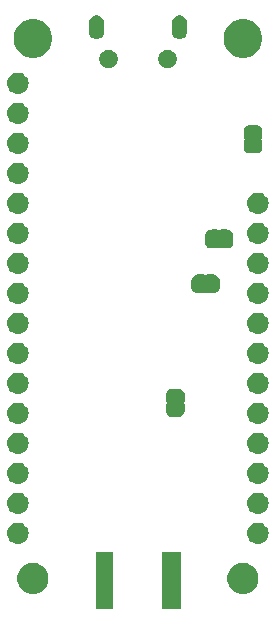
<source format=gbs>
G04 #@! TF.GenerationSoftware,KiCad,Pcbnew,(5.1.2-1)-1*
G04 #@! TF.CreationDate,2019-05-17T17:37:07+02:00*
G04 #@! TF.ProjectId,TLM-breakout-v1_1,544c4d2d-6272-4656-916b-6f75742d7631,1.1*
G04 #@! TF.SameCoordinates,Original*
G04 #@! TF.FileFunction,Soldermask,Bot*
G04 #@! TF.FilePolarity,Negative*
%FSLAX46Y46*%
G04 Gerber Fmt 4.6, Leading zero omitted, Abs format (unit mm)*
G04 Created by KiCad (PCBNEW (5.1.2-1)-1) date 2019-05-17 17:37:07*
%MOMM*%
%LPD*%
G04 APERTURE LIST*
%ADD10C,0.100000*%
G04 APERTURE END LIST*
D10*
G36*
X139516000Y-119391000D02*
G01*
X137914000Y-119391000D01*
X137914000Y-114589000D01*
X139516000Y-114589000D01*
X139516000Y-119391000D01*
X139516000Y-119391000D01*
G37*
G36*
X133791000Y-119391000D02*
G01*
X132339000Y-119391000D01*
X132339000Y-114589000D01*
X133791000Y-114589000D01*
X133791000Y-119391000D01*
X133791000Y-119391000D01*
G37*
G36*
X145037714Y-115540382D02*
G01*
X145165322Y-115565765D01*
X145306148Y-115624097D01*
X145405727Y-115665344D01*
X145405728Y-115665345D01*
X145622089Y-115809912D01*
X145806088Y-115993911D01*
X145902685Y-116138479D01*
X145950656Y-116210273D01*
X145991903Y-116309852D01*
X146050235Y-116450678D01*
X146101000Y-116705893D01*
X146101000Y-116966107D01*
X146050235Y-117221322D01*
X145991903Y-117362148D01*
X145950656Y-117461727D01*
X145950655Y-117461728D01*
X145806088Y-117678089D01*
X145622089Y-117862088D01*
X145477521Y-117958685D01*
X145405727Y-118006656D01*
X145306148Y-118047903D01*
X145165322Y-118106235D01*
X145037715Y-118131617D01*
X144910109Y-118157000D01*
X144649891Y-118157000D01*
X144522285Y-118131617D01*
X144394678Y-118106235D01*
X144253852Y-118047903D01*
X144154273Y-118006656D01*
X144082479Y-117958685D01*
X143937911Y-117862088D01*
X143753912Y-117678089D01*
X143609345Y-117461728D01*
X143609344Y-117461727D01*
X143568097Y-117362148D01*
X143509765Y-117221322D01*
X143459000Y-116966107D01*
X143459000Y-116705893D01*
X143509765Y-116450678D01*
X143568097Y-116309852D01*
X143609344Y-116210273D01*
X143657315Y-116138479D01*
X143753912Y-115993911D01*
X143937911Y-115809912D01*
X144154272Y-115665345D01*
X144154273Y-115665344D01*
X144253852Y-115624097D01*
X144394678Y-115565765D01*
X144522286Y-115540382D01*
X144649891Y-115515000D01*
X144910109Y-115515000D01*
X145037714Y-115540382D01*
X145037714Y-115540382D01*
G37*
G36*
X127257714Y-115540382D02*
G01*
X127385322Y-115565765D01*
X127526148Y-115624097D01*
X127625727Y-115665344D01*
X127625728Y-115665345D01*
X127842089Y-115809912D01*
X128026088Y-115993911D01*
X128122685Y-116138479D01*
X128170656Y-116210273D01*
X128211903Y-116309852D01*
X128270235Y-116450678D01*
X128321000Y-116705893D01*
X128321000Y-116966107D01*
X128270235Y-117221322D01*
X128211903Y-117362148D01*
X128170656Y-117461727D01*
X128170655Y-117461728D01*
X128026088Y-117678089D01*
X127842089Y-117862088D01*
X127697521Y-117958685D01*
X127625727Y-118006656D01*
X127526148Y-118047903D01*
X127385322Y-118106235D01*
X127257715Y-118131617D01*
X127130109Y-118157000D01*
X126869891Y-118157000D01*
X126742285Y-118131617D01*
X126614678Y-118106235D01*
X126473852Y-118047903D01*
X126374273Y-118006656D01*
X126302479Y-117958685D01*
X126157911Y-117862088D01*
X125973912Y-117678089D01*
X125829345Y-117461728D01*
X125829344Y-117461727D01*
X125788097Y-117362148D01*
X125729765Y-117221322D01*
X125679000Y-116966107D01*
X125679000Y-116705893D01*
X125729765Y-116450678D01*
X125788097Y-116309852D01*
X125829344Y-116210273D01*
X125877315Y-116138479D01*
X125973912Y-115993911D01*
X126157911Y-115809912D01*
X126374272Y-115665345D01*
X126374273Y-115665344D01*
X126473852Y-115624097D01*
X126614678Y-115565765D01*
X126742286Y-115540382D01*
X126869891Y-115515000D01*
X127130109Y-115515000D01*
X127257714Y-115540382D01*
X127257714Y-115540382D01*
G37*
G36*
X146160443Y-112131519D02*
G01*
X146226627Y-112138037D01*
X146396466Y-112189557D01*
X146552991Y-112273222D01*
X146588729Y-112302552D01*
X146690186Y-112385814D01*
X146773448Y-112487271D01*
X146802778Y-112523009D01*
X146886443Y-112679534D01*
X146937963Y-112849373D01*
X146955359Y-113026000D01*
X146937963Y-113202627D01*
X146886443Y-113372466D01*
X146802778Y-113528991D01*
X146773448Y-113564729D01*
X146690186Y-113666186D01*
X146588729Y-113749448D01*
X146552991Y-113778778D01*
X146396466Y-113862443D01*
X146226627Y-113913963D01*
X146160443Y-113920481D01*
X146094260Y-113927000D01*
X146005740Y-113927000D01*
X145939557Y-113920481D01*
X145873373Y-113913963D01*
X145703534Y-113862443D01*
X145547009Y-113778778D01*
X145511271Y-113749448D01*
X145409814Y-113666186D01*
X145326552Y-113564729D01*
X145297222Y-113528991D01*
X145213557Y-113372466D01*
X145162037Y-113202627D01*
X145144641Y-113026000D01*
X145162037Y-112849373D01*
X145213557Y-112679534D01*
X145297222Y-112523009D01*
X145326552Y-112487271D01*
X145409814Y-112385814D01*
X145511271Y-112302552D01*
X145547009Y-112273222D01*
X145703534Y-112189557D01*
X145873373Y-112138037D01*
X145939557Y-112131519D01*
X146005740Y-112125000D01*
X146094260Y-112125000D01*
X146160443Y-112131519D01*
X146160443Y-112131519D01*
G37*
G36*
X125840443Y-112131519D02*
G01*
X125906627Y-112138037D01*
X126076466Y-112189557D01*
X126232991Y-112273222D01*
X126268729Y-112302552D01*
X126370186Y-112385814D01*
X126453448Y-112487271D01*
X126482778Y-112523009D01*
X126566443Y-112679534D01*
X126617963Y-112849373D01*
X126635359Y-113026000D01*
X126617963Y-113202627D01*
X126566443Y-113372466D01*
X126482778Y-113528991D01*
X126453448Y-113564729D01*
X126370186Y-113666186D01*
X126268729Y-113749448D01*
X126232991Y-113778778D01*
X126076466Y-113862443D01*
X125906627Y-113913963D01*
X125840443Y-113920481D01*
X125774260Y-113927000D01*
X125685740Y-113927000D01*
X125619557Y-113920481D01*
X125553373Y-113913963D01*
X125383534Y-113862443D01*
X125227009Y-113778778D01*
X125191271Y-113749448D01*
X125089814Y-113666186D01*
X125006552Y-113564729D01*
X124977222Y-113528991D01*
X124893557Y-113372466D01*
X124842037Y-113202627D01*
X124824641Y-113026000D01*
X124842037Y-112849373D01*
X124893557Y-112679534D01*
X124977222Y-112523009D01*
X125006552Y-112487271D01*
X125089814Y-112385814D01*
X125191271Y-112302552D01*
X125227009Y-112273222D01*
X125383534Y-112189557D01*
X125553373Y-112138037D01*
X125619557Y-112131519D01*
X125685740Y-112125000D01*
X125774260Y-112125000D01*
X125840443Y-112131519D01*
X125840443Y-112131519D01*
G37*
G36*
X146160442Y-109591518D02*
G01*
X146226627Y-109598037D01*
X146396466Y-109649557D01*
X146552991Y-109733222D01*
X146588729Y-109762552D01*
X146690186Y-109845814D01*
X146773448Y-109947271D01*
X146802778Y-109983009D01*
X146886443Y-110139534D01*
X146937963Y-110309373D01*
X146955359Y-110486000D01*
X146937963Y-110662627D01*
X146886443Y-110832466D01*
X146802778Y-110988991D01*
X146773448Y-111024729D01*
X146690186Y-111126186D01*
X146588729Y-111209448D01*
X146552991Y-111238778D01*
X146396466Y-111322443D01*
X146226627Y-111373963D01*
X146160443Y-111380481D01*
X146094260Y-111387000D01*
X146005740Y-111387000D01*
X145939557Y-111380481D01*
X145873373Y-111373963D01*
X145703534Y-111322443D01*
X145547009Y-111238778D01*
X145511271Y-111209448D01*
X145409814Y-111126186D01*
X145326552Y-111024729D01*
X145297222Y-110988991D01*
X145213557Y-110832466D01*
X145162037Y-110662627D01*
X145144641Y-110486000D01*
X145162037Y-110309373D01*
X145213557Y-110139534D01*
X145297222Y-109983009D01*
X145326552Y-109947271D01*
X145409814Y-109845814D01*
X145511271Y-109762552D01*
X145547009Y-109733222D01*
X145703534Y-109649557D01*
X145873373Y-109598037D01*
X145939558Y-109591518D01*
X146005740Y-109585000D01*
X146094260Y-109585000D01*
X146160442Y-109591518D01*
X146160442Y-109591518D01*
G37*
G36*
X125840442Y-109591518D02*
G01*
X125906627Y-109598037D01*
X126076466Y-109649557D01*
X126232991Y-109733222D01*
X126268729Y-109762552D01*
X126370186Y-109845814D01*
X126453448Y-109947271D01*
X126482778Y-109983009D01*
X126566443Y-110139534D01*
X126617963Y-110309373D01*
X126635359Y-110486000D01*
X126617963Y-110662627D01*
X126566443Y-110832466D01*
X126482778Y-110988991D01*
X126453448Y-111024729D01*
X126370186Y-111126186D01*
X126268729Y-111209448D01*
X126232991Y-111238778D01*
X126076466Y-111322443D01*
X125906627Y-111373963D01*
X125840443Y-111380481D01*
X125774260Y-111387000D01*
X125685740Y-111387000D01*
X125619557Y-111380481D01*
X125553373Y-111373963D01*
X125383534Y-111322443D01*
X125227009Y-111238778D01*
X125191271Y-111209448D01*
X125089814Y-111126186D01*
X125006552Y-111024729D01*
X124977222Y-110988991D01*
X124893557Y-110832466D01*
X124842037Y-110662627D01*
X124824641Y-110486000D01*
X124842037Y-110309373D01*
X124893557Y-110139534D01*
X124977222Y-109983009D01*
X125006552Y-109947271D01*
X125089814Y-109845814D01*
X125191271Y-109762552D01*
X125227009Y-109733222D01*
X125383534Y-109649557D01*
X125553373Y-109598037D01*
X125619558Y-109591518D01*
X125685740Y-109585000D01*
X125774260Y-109585000D01*
X125840442Y-109591518D01*
X125840442Y-109591518D01*
G37*
G36*
X146160443Y-107051519D02*
G01*
X146226627Y-107058037D01*
X146396466Y-107109557D01*
X146552991Y-107193222D01*
X146588729Y-107222552D01*
X146690186Y-107305814D01*
X146773448Y-107407271D01*
X146802778Y-107443009D01*
X146886443Y-107599534D01*
X146937963Y-107769373D01*
X146955359Y-107946000D01*
X146937963Y-108122627D01*
X146886443Y-108292466D01*
X146802778Y-108448991D01*
X146773448Y-108484729D01*
X146690186Y-108586186D01*
X146588729Y-108669448D01*
X146552991Y-108698778D01*
X146396466Y-108782443D01*
X146226627Y-108833963D01*
X146160443Y-108840481D01*
X146094260Y-108847000D01*
X146005740Y-108847000D01*
X145939557Y-108840481D01*
X145873373Y-108833963D01*
X145703534Y-108782443D01*
X145547009Y-108698778D01*
X145511271Y-108669448D01*
X145409814Y-108586186D01*
X145326552Y-108484729D01*
X145297222Y-108448991D01*
X145213557Y-108292466D01*
X145162037Y-108122627D01*
X145144641Y-107946000D01*
X145162037Y-107769373D01*
X145213557Y-107599534D01*
X145297222Y-107443009D01*
X145326552Y-107407271D01*
X145409814Y-107305814D01*
X145511271Y-107222552D01*
X145547009Y-107193222D01*
X145703534Y-107109557D01*
X145873373Y-107058037D01*
X145939557Y-107051519D01*
X146005740Y-107045000D01*
X146094260Y-107045000D01*
X146160443Y-107051519D01*
X146160443Y-107051519D01*
G37*
G36*
X125840443Y-107051519D02*
G01*
X125906627Y-107058037D01*
X126076466Y-107109557D01*
X126232991Y-107193222D01*
X126268729Y-107222552D01*
X126370186Y-107305814D01*
X126453448Y-107407271D01*
X126482778Y-107443009D01*
X126566443Y-107599534D01*
X126617963Y-107769373D01*
X126635359Y-107946000D01*
X126617963Y-108122627D01*
X126566443Y-108292466D01*
X126482778Y-108448991D01*
X126453448Y-108484729D01*
X126370186Y-108586186D01*
X126268729Y-108669448D01*
X126232991Y-108698778D01*
X126076466Y-108782443D01*
X125906627Y-108833963D01*
X125840443Y-108840481D01*
X125774260Y-108847000D01*
X125685740Y-108847000D01*
X125619557Y-108840481D01*
X125553373Y-108833963D01*
X125383534Y-108782443D01*
X125227009Y-108698778D01*
X125191271Y-108669448D01*
X125089814Y-108586186D01*
X125006552Y-108484729D01*
X124977222Y-108448991D01*
X124893557Y-108292466D01*
X124842037Y-108122627D01*
X124824641Y-107946000D01*
X124842037Y-107769373D01*
X124893557Y-107599534D01*
X124977222Y-107443009D01*
X125006552Y-107407271D01*
X125089814Y-107305814D01*
X125191271Y-107222552D01*
X125227009Y-107193222D01*
X125383534Y-107109557D01*
X125553373Y-107058037D01*
X125619557Y-107051519D01*
X125685740Y-107045000D01*
X125774260Y-107045000D01*
X125840443Y-107051519D01*
X125840443Y-107051519D01*
G37*
G36*
X146160443Y-104511519D02*
G01*
X146226627Y-104518037D01*
X146396466Y-104569557D01*
X146552991Y-104653222D01*
X146588729Y-104682552D01*
X146690186Y-104765814D01*
X146773448Y-104867271D01*
X146802778Y-104903009D01*
X146886443Y-105059534D01*
X146937963Y-105229373D01*
X146955359Y-105406000D01*
X146937963Y-105582627D01*
X146886443Y-105752466D01*
X146802778Y-105908991D01*
X146773448Y-105944729D01*
X146690186Y-106046186D01*
X146588729Y-106129448D01*
X146552991Y-106158778D01*
X146396466Y-106242443D01*
X146226627Y-106293963D01*
X146160442Y-106300482D01*
X146094260Y-106307000D01*
X146005740Y-106307000D01*
X145939558Y-106300482D01*
X145873373Y-106293963D01*
X145703534Y-106242443D01*
X145547009Y-106158778D01*
X145511271Y-106129448D01*
X145409814Y-106046186D01*
X145326552Y-105944729D01*
X145297222Y-105908991D01*
X145213557Y-105752466D01*
X145162037Y-105582627D01*
X145144641Y-105406000D01*
X145162037Y-105229373D01*
X145213557Y-105059534D01*
X145297222Y-104903009D01*
X145326552Y-104867271D01*
X145409814Y-104765814D01*
X145511271Y-104682552D01*
X145547009Y-104653222D01*
X145703534Y-104569557D01*
X145873373Y-104518037D01*
X145939558Y-104511518D01*
X146005740Y-104505000D01*
X146094260Y-104505000D01*
X146160443Y-104511519D01*
X146160443Y-104511519D01*
G37*
G36*
X125840443Y-104511519D02*
G01*
X125906627Y-104518037D01*
X126076466Y-104569557D01*
X126232991Y-104653222D01*
X126268729Y-104682552D01*
X126370186Y-104765814D01*
X126453448Y-104867271D01*
X126482778Y-104903009D01*
X126566443Y-105059534D01*
X126617963Y-105229373D01*
X126635359Y-105406000D01*
X126617963Y-105582627D01*
X126566443Y-105752466D01*
X126482778Y-105908991D01*
X126453448Y-105944729D01*
X126370186Y-106046186D01*
X126268729Y-106129448D01*
X126232991Y-106158778D01*
X126076466Y-106242443D01*
X125906627Y-106293963D01*
X125840442Y-106300482D01*
X125774260Y-106307000D01*
X125685740Y-106307000D01*
X125619558Y-106300482D01*
X125553373Y-106293963D01*
X125383534Y-106242443D01*
X125227009Y-106158778D01*
X125191271Y-106129448D01*
X125089814Y-106046186D01*
X125006552Y-105944729D01*
X124977222Y-105908991D01*
X124893557Y-105752466D01*
X124842037Y-105582627D01*
X124824641Y-105406000D01*
X124842037Y-105229373D01*
X124893557Y-105059534D01*
X124977222Y-104903009D01*
X125006552Y-104867271D01*
X125089814Y-104765814D01*
X125191271Y-104682552D01*
X125227009Y-104653222D01*
X125383534Y-104569557D01*
X125553373Y-104518037D01*
X125619558Y-104511518D01*
X125685740Y-104505000D01*
X125774260Y-104505000D01*
X125840443Y-104511519D01*
X125840443Y-104511519D01*
G37*
G36*
X146160442Y-101971518D02*
G01*
X146226627Y-101978037D01*
X146396466Y-102029557D01*
X146552991Y-102113222D01*
X146588729Y-102142552D01*
X146690186Y-102225814D01*
X146773448Y-102327271D01*
X146802778Y-102363009D01*
X146886443Y-102519534D01*
X146937963Y-102689373D01*
X146955359Y-102866000D01*
X146937963Y-103042627D01*
X146886443Y-103212466D01*
X146802778Y-103368991D01*
X146773448Y-103404729D01*
X146690186Y-103506186D01*
X146588729Y-103589448D01*
X146552991Y-103618778D01*
X146396466Y-103702443D01*
X146226627Y-103753963D01*
X146160443Y-103760481D01*
X146094260Y-103767000D01*
X146005740Y-103767000D01*
X145939557Y-103760481D01*
X145873373Y-103753963D01*
X145703534Y-103702443D01*
X145547009Y-103618778D01*
X145511271Y-103589448D01*
X145409814Y-103506186D01*
X145326552Y-103404729D01*
X145297222Y-103368991D01*
X145213557Y-103212466D01*
X145162037Y-103042627D01*
X145144641Y-102866000D01*
X145162037Y-102689373D01*
X145213557Y-102519534D01*
X145297222Y-102363009D01*
X145326552Y-102327271D01*
X145409814Y-102225814D01*
X145511271Y-102142552D01*
X145547009Y-102113222D01*
X145703534Y-102029557D01*
X145873373Y-101978037D01*
X145939558Y-101971518D01*
X146005740Y-101965000D01*
X146094260Y-101965000D01*
X146160442Y-101971518D01*
X146160442Y-101971518D01*
G37*
G36*
X125840442Y-101971518D02*
G01*
X125906627Y-101978037D01*
X126076466Y-102029557D01*
X126232991Y-102113222D01*
X126268729Y-102142552D01*
X126370186Y-102225814D01*
X126453448Y-102327271D01*
X126482778Y-102363009D01*
X126566443Y-102519534D01*
X126617963Y-102689373D01*
X126635359Y-102866000D01*
X126617963Y-103042627D01*
X126566443Y-103212466D01*
X126482778Y-103368991D01*
X126453448Y-103404729D01*
X126370186Y-103506186D01*
X126268729Y-103589448D01*
X126232991Y-103618778D01*
X126076466Y-103702443D01*
X125906627Y-103753963D01*
X125840443Y-103760481D01*
X125774260Y-103767000D01*
X125685740Y-103767000D01*
X125619557Y-103760481D01*
X125553373Y-103753963D01*
X125383534Y-103702443D01*
X125227009Y-103618778D01*
X125191271Y-103589448D01*
X125089814Y-103506186D01*
X125006552Y-103404729D01*
X124977222Y-103368991D01*
X124893557Y-103212466D01*
X124842037Y-103042627D01*
X124824641Y-102866000D01*
X124842037Y-102689373D01*
X124893557Y-102519534D01*
X124977222Y-102363009D01*
X125006552Y-102327271D01*
X125089814Y-102225814D01*
X125191271Y-102142552D01*
X125227009Y-102113222D01*
X125383534Y-102029557D01*
X125553373Y-101978037D01*
X125619558Y-101971518D01*
X125685740Y-101965000D01*
X125774260Y-101965000D01*
X125840442Y-101971518D01*
X125840442Y-101971518D01*
G37*
G36*
X139322199Y-100769954D02*
G01*
X139334450Y-100770556D01*
X139352869Y-100770556D01*
X139375149Y-100772750D01*
X139459233Y-100789476D01*
X139480660Y-100795976D01*
X139559858Y-100828780D01*
X139565303Y-100831691D01*
X139565309Y-100831693D01*
X139574169Y-100836429D01*
X139574173Y-100836432D01*
X139579614Y-100839340D01*
X139650899Y-100886971D01*
X139668204Y-100901172D01*
X139728828Y-100961796D01*
X139743029Y-100979101D01*
X139790660Y-101050386D01*
X139793568Y-101055827D01*
X139793571Y-101055831D01*
X139798307Y-101064691D01*
X139798309Y-101064697D01*
X139801220Y-101070142D01*
X139834024Y-101149340D01*
X139840524Y-101170767D01*
X139857250Y-101254851D01*
X139859444Y-101277131D01*
X139859444Y-101295550D01*
X139860046Y-101307801D01*
X139861852Y-101326139D01*
X139861852Y-101813860D01*
X139860263Y-101829999D01*
X139857348Y-101839608D01*
X139852610Y-101848472D01*
X139846237Y-101856237D01*
X139833794Y-101866448D01*
X139823425Y-101873378D01*
X139806098Y-101890705D01*
X139792485Y-101911080D01*
X139783109Y-101933720D01*
X139778329Y-101957753D01*
X139778330Y-101982257D01*
X139783112Y-102006290D01*
X139792490Y-102028929D01*
X139806105Y-102049302D01*
X139823432Y-102066629D01*
X139833802Y-102073558D01*
X139846237Y-102083763D01*
X139852610Y-102091528D01*
X139857348Y-102100392D01*
X139860263Y-102110001D01*
X139861852Y-102126140D01*
X139861852Y-102613862D01*
X139860046Y-102632199D01*
X139859444Y-102644450D01*
X139859444Y-102662869D01*
X139857250Y-102685149D01*
X139840524Y-102769233D01*
X139834024Y-102790660D01*
X139801220Y-102869858D01*
X139798309Y-102875303D01*
X139798307Y-102875309D01*
X139793571Y-102884169D01*
X139793568Y-102884173D01*
X139790660Y-102889614D01*
X139743029Y-102960899D01*
X139728828Y-102978204D01*
X139668204Y-103038828D01*
X139650899Y-103053029D01*
X139579614Y-103100660D01*
X139574173Y-103103568D01*
X139574169Y-103103571D01*
X139565309Y-103108307D01*
X139565303Y-103108309D01*
X139559858Y-103111220D01*
X139480660Y-103144024D01*
X139459233Y-103150524D01*
X139375149Y-103167250D01*
X139352869Y-103169444D01*
X139334450Y-103169444D01*
X139322199Y-103170046D01*
X139303862Y-103171852D01*
X138816138Y-103171852D01*
X138797801Y-103170046D01*
X138785550Y-103169444D01*
X138767131Y-103169444D01*
X138744851Y-103167250D01*
X138660767Y-103150524D01*
X138639340Y-103144024D01*
X138560142Y-103111220D01*
X138554697Y-103108309D01*
X138554691Y-103108307D01*
X138545831Y-103103571D01*
X138545827Y-103103568D01*
X138540386Y-103100660D01*
X138469101Y-103053029D01*
X138451796Y-103038828D01*
X138391172Y-102978204D01*
X138376971Y-102960899D01*
X138329340Y-102889614D01*
X138326432Y-102884173D01*
X138326429Y-102884169D01*
X138321693Y-102875309D01*
X138321691Y-102875303D01*
X138318780Y-102869858D01*
X138285976Y-102790660D01*
X138279476Y-102769233D01*
X138262750Y-102685149D01*
X138260556Y-102662869D01*
X138260556Y-102644450D01*
X138259954Y-102632199D01*
X138258148Y-102613862D01*
X138258148Y-102126140D01*
X138259737Y-102110001D01*
X138262652Y-102100392D01*
X138267390Y-102091528D01*
X138273763Y-102083763D01*
X138286206Y-102073552D01*
X138296575Y-102066622D01*
X138313902Y-102049295D01*
X138327515Y-102028920D01*
X138336891Y-102006280D01*
X138341671Y-101982247D01*
X138341670Y-101957743D01*
X138336888Y-101933710D01*
X138327510Y-101911071D01*
X138313895Y-101890698D01*
X138296568Y-101873371D01*
X138286198Y-101866442D01*
X138273763Y-101856237D01*
X138267390Y-101848472D01*
X138262652Y-101839608D01*
X138259737Y-101829999D01*
X138258148Y-101813860D01*
X138258148Y-101326139D01*
X138259954Y-101307801D01*
X138260556Y-101295550D01*
X138260556Y-101277131D01*
X138262750Y-101254851D01*
X138279476Y-101170767D01*
X138285976Y-101149340D01*
X138318780Y-101070142D01*
X138321691Y-101064697D01*
X138321693Y-101064691D01*
X138326429Y-101055831D01*
X138326432Y-101055827D01*
X138329340Y-101050386D01*
X138376971Y-100979101D01*
X138391172Y-100961796D01*
X138451796Y-100901172D01*
X138469101Y-100886971D01*
X138540386Y-100839340D01*
X138545827Y-100836432D01*
X138545831Y-100836429D01*
X138554691Y-100831693D01*
X138554697Y-100831691D01*
X138560142Y-100828780D01*
X138639340Y-100795976D01*
X138660767Y-100789476D01*
X138744851Y-100772750D01*
X138767131Y-100770556D01*
X138785550Y-100770556D01*
X138797801Y-100769954D01*
X138816139Y-100768148D01*
X139303861Y-100768148D01*
X139322199Y-100769954D01*
X139322199Y-100769954D01*
G37*
G36*
X146160443Y-99431519D02*
G01*
X146226627Y-99438037D01*
X146396466Y-99489557D01*
X146552991Y-99573222D01*
X146588729Y-99602552D01*
X146690186Y-99685814D01*
X146773448Y-99787271D01*
X146802778Y-99823009D01*
X146886443Y-99979534D01*
X146937963Y-100149373D01*
X146955359Y-100326000D01*
X146937963Y-100502627D01*
X146886443Y-100672466D01*
X146802778Y-100828991D01*
X146773448Y-100864729D01*
X146690186Y-100966186D01*
X146588729Y-101049448D01*
X146552991Y-101078778D01*
X146396466Y-101162443D01*
X146226627Y-101213963D01*
X146160443Y-101220481D01*
X146094260Y-101227000D01*
X146005740Y-101227000D01*
X145939557Y-101220481D01*
X145873373Y-101213963D01*
X145703534Y-101162443D01*
X145547009Y-101078778D01*
X145511271Y-101049448D01*
X145409814Y-100966186D01*
X145326552Y-100864729D01*
X145297222Y-100828991D01*
X145213557Y-100672466D01*
X145162037Y-100502627D01*
X145144641Y-100326000D01*
X145162037Y-100149373D01*
X145213557Y-99979534D01*
X145297222Y-99823009D01*
X145326552Y-99787271D01*
X145409814Y-99685814D01*
X145511271Y-99602552D01*
X145547009Y-99573222D01*
X145703534Y-99489557D01*
X145873373Y-99438037D01*
X145939558Y-99431518D01*
X146005740Y-99425000D01*
X146094260Y-99425000D01*
X146160443Y-99431519D01*
X146160443Y-99431519D01*
G37*
G36*
X125840443Y-99431519D02*
G01*
X125906627Y-99438037D01*
X126076466Y-99489557D01*
X126232991Y-99573222D01*
X126268729Y-99602552D01*
X126370186Y-99685814D01*
X126453448Y-99787271D01*
X126482778Y-99823009D01*
X126566443Y-99979534D01*
X126617963Y-100149373D01*
X126635359Y-100326000D01*
X126617963Y-100502627D01*
X126566443Y-100672466D01*
X126482778Y-100828991D01*
X126453448Y-100864729D01*
X126370186Y-100966186D01*
X126268729Y-101049448D01*
X126232991Y-101078778D01*
X126076466Y-101162443D01*
X125906627Y-101213963D01*
X125840443Y-101220481D01*
X125774260Y-101227000D01*
X125685740Y-101227000D01*
X125619557Y-101220481D01*
X125553373Y-101213963D01*
X125383534Y-101162443D01*
X125227009Y-101078778D01*
X125191271Y-101049448D01*
X125089814Y-100966186D01*
X125006552Y-100864729D01*
X124977222Y-100828991D01*
X124893557Y-100672466D01*
X124842037Y-100502627D01*
X124824641Y-100326000D01*
X124842037Y-100149373D01*
X124893557Y-99979534D01*
X124977222Y-99823009D01*
X125006552Y-99787271D01*
X125089814Y-99685814D01*
X125191271Y-99602552D01*
X125227009Y-99573222D01*
X125383534Y-99489557D01*
X125553373Y-99438037D01*
X125619558Y-99431518D01*
X125685740Y-99425000D01*
X125774260Y-99425000D01*
X125840443Y-99431519D01*
X125840443Y-99431519D01*
G37*
G36*
X146160442Y-96891518D02*
G01*
X146226627Y-96898037D01*
X146396466Y-96949557D01*
X146552991Y-97033222D01*
X146588729Y-97062552D01*
X146690186Y-97145814D01*
X146773448Y-97247271D01*
X146802778Y-97283009D01*
X146886443Y-97439534D01*
X146937963Y-97609373D01*
X146955359Y-97786000D01*
X146937963Y-97962627D01*
X146886443Y-98132466D01*
X146802778Y-98288991D01*
X146773448Y-98324729D01*
X146690186Y-98426186D01*
X146588729Y-98509448D01*
X146552991Y-98538778D01*
X146396466Y-98622443D01*
X146226627Y-98673963D01*
X146160442Y-98680482D01*
X146094260Y-98687000D01*
X146005740Y-98687000D01*
X145939558Y-98680482D01*
X145873373Y-98673963D01*
X145703534Y-98622443D01*
X145547009Y-98538778D01*
X145511271Y-98509448D01*
X145409814Y-98426186D01*
X145326552Y-98324729D01*
X145297222Y-98288991D01*
X145213557Y-98132466D01*
X145162037Y-97962627D01*
X145144641Y-97786000D01*
X145162037Y-97609373D01*
X145213557Y-97439534D01*
X145297222Y-97283009D01*
X145326552Y-97247271D01*
X145409814Y-97145814D01*
X145511271Y-97062552D01*
X145547009Y-97033222D01*
X145703534Y-96949557D01*
X145873373Y-96898037D01*
X145939558Y-96891518D01*
X146005740Y-96885000D01*
X146094260Y-96885000D01*
X146160442Y-96891518D01*
X146160442Y-96891518D01*
G37*
G36*
X125840442Y-96891518D02*
G01*
X125906627Y-96898037D01*
X126076466Y-96949557D01*
X126232991Y-97033222D01*
X126268729Y-97062552D01*
X126370186Y-97145814D01*
X126453448Y-97247271D01*
X126482778Y-97283009D01*
X126566443Y-97439534D01*
X126617963Y-97609373D01*
X126635359Y-97786000D01*
X126617963Y-97962627D01*
X126566443Y-98132466D01*
X126482778Y-98288991D01*
X126453448Y-98324729D01*
X126370186Y-98426186D01*
X126268729Y-98509448D01*
X126232991Y-98538778D01*
X126076466Y-98622443D01*
X125906627Y-98673963D01*
X125840442Y-98680482D01*
X125774260Y-98687000D01*
X125685740Y-98687000D01*
X125619558Y-98680482D01*
X125553373Y-98673963D01*
X125383534Y-98622443D01*
X125227009Y-98538778D01*
X125191271Y-98509448D01*
X125089814Y-98426186D01*
X125006552Y-98324729D01*
X124977222Y-98288991D01*
X124893557Y-98132466D01*
X124842037Y-97962627D01*
X124824641Y-97786000D01*
X124842037Y-97609373D01*
X124893557Y-97439534D01*
X124977222Y-97283009D01*
X125006552Y-97247271D01*
X125089814Y-97145814D01*
X125191271Y-97062552D01*
X125227009Y-97033222D01*
X125383534Y-96949557D01*
X125553373Y-96898037D01*
X125619558Y-96891518D01*
X125685740Y-96885000D01*
X125774260Y-96885000D01*
X125840442Y-96891518D01*
X125840442Y-96891518D01*
G37*
G36*
X146160443Y-94351519D02*
G01*
X146226627Y-94358037D01*
X146396466Y-94409557D01*
X146552991Y-94493222D01*
X146588729Y-94522552D01*
X146690186Y-94605814D01*
X146773448Y-94707271D01*
X146802778Y-94743009D01*
X146886443Y-94899534D01*
X146937963Y-95069373D01*
X146955359Y-95246000D01*
X146937963Y-95422627D01*
X146886443Y-95592466D01*
X146802778Y-95748991D01*
X146773448Y-95784729D01*
X146690186Y-95886186D01*
X146588729Y-95969448D01*
X146552991Y-95998778D01*
X146396466Y-96082443D01*
X146226627Y-96133963D01*
X146160442Y-96140482D01*
X146094260Y-96147000D01*
X146005740Y-96147000D01*
X145939558Y-96140482D01*
X145873373Y-96133963D01*
X145703534Y-96082443D01*
X145547009Y-95998778D01*
X145511271Y-95969448D01*
X145409814Y-95886186D01*
X145326552Y-95784729D01*
X145297222Y-95748991D01*
X145213557Y-95592466D01*
X145162037Y-95422627D01*
X145144641Y-95246000D01*
X145162037Y-95069373D01*
X145213557Y-94899534D01*
X145297222Y-94743009D01*
X145326552Y-94707271D01*
X145409814Y-94605814D01*
X145511271Y-94522552D01*
X145547009Y-94493222D01*
X145703534Y-94409557D01*
X145873373Y-94358037D01*
X145939557Y-94351519D01*
X146005740Y-94345000D01*
X146094260Y-94345000D01*
X146160443Y-94351519D01*
X146160443Y-94351519D01*
G37*
G36*
X125840443Y-94351519D02*
G01*
X125906627Y-94358037D01*
X126076466Y-94409557D01*
X126232991Y-94493222D01*
X126268729Y-94522552D01*
X126370186Y-94605814D01*
X126453448Y-94707271D01*
X126482778Y-94743009D01*
X126566443Y-94899534D01*
X126617963Y-95069373D01*
X126635359Y-95246000D01*
X126617963Y-95422627D01*
X126566443Y-95592466D01*
X126482778Y-95748991D01*
X126453448Y-95784729D01*
X126370186Y-95886186D01*
X126268729Y-95969448D01*
X126232991Y-95998778D01*
X126076466Y-96082443D01*
X125906627Y-96133963D01*
X125840442Y-96140482D01*
X125774260Y-96147000D01*
X125685740Y-96147000D01*
X125619558Y-96140482D01*
X125553373Y-96133963D01*
X125383534Y-96082443D01*
X125227009Y-95998778D01*
X125191271Y-95969448D01*
X125089814Y-95886186D01*
X125006552Y-95784729D01*
X124977222Y-95748991D01*
X124893557Y-95592466D01*
X124842037Y-95422627D01*
X124824641Y-95246000D01*
X124842037Y-95069373D01*
X124893557Y-94899534D01*
X124977222Y-94743009D01*
X125006552Y-94707271D01*
X125089814Y-94605814D01*
X125191271Y-94522552D01*
X125227009Y-94493222D01*
X125383534Y-94409557D01*
X125553373Y-94358037D01*
X125619557Y-94351519D01*
X125685740Y-94345000D01*
X125774260Y-94345000D01*
X125840443Y-94351519D01*
X125840443Y-94351519D01*
G37*
G36*
X146160442Y-91811518D02*
G01*
X146226627Y-91818037D01*
X146396466Y-91869557D01*
X146552991Y-91953222D01*
X146588729Y-91982552D01*
X146690186Y-92065814D01*
X146767480Y-92159998D01*
X146802778Y-92203009D01*
X146886443Y-92359534D01*
X146937963Y-92529373D01*
X146955359Y-92706000D01*
X146937963Y-92882627D01*
X146886443Y-93052466D01*
X146802778Y-93208991D01*
X146773448Y-93244729D01*
X146690186Y-93346186D01*
X146588729Y-93429448D01*
X146552991Y-93458778D01*
X146396466Y-93542443D01*
X146226627Y-93593963D01*
X146160442Y-93600482D01*
X146094260Y-93607000D01*
X146005740Y-93607000D01*
X145939557Y-93600481D01*
X145873373Y-93593963D01*
X145703534Y-93542443D01*
X145547009Y-93458778D01*
X145511271Y-93429448D01*
X145409814Y-93346186D01*
X145326552Y-93244729D01*
X145297222Y-93208991D01*
X145213557Y-93052466D01*
X145162037Y-92882627D01*
X145144641Y-92706000D01*
X145162037Y-92529373D01*
X145213557Y-92359534D01*
X145297222Y-92203009D01*
X145332520Y-92159998D01*
X145409814Y-92065814D01*
X145511271Y-91982552D01*
X145547009Y-91953222D01*
X145703534Y-91869557D01*
X145873373Y-91818037D01*
X145939557Y-91811519D01*
X146005740Y-91805000D01*
X146094260Y-91805000D01*
X146160442Y-91811518D01*
X146160442Y-91811518D01*
G37*
G36*
X125840442Y-91811518D02*
G01*
X125906627Y-91818037D01*
X126076466Y-91869557D01*
X126232991Y-91953222D01*
X126268729Y-91982552D01*
X126370186Y-92065814D01*
X126447480Y-92159998D01*
X126482778Y-92203009D01*
X126566443Y-92359534D01*
X126617963Y-92529373D01*
X126635359Y-92706000D01*
X126617963Y-92882627D01*
X126566443Y-93052466D01*
X126482778Y-93208991D01*
X126453448Y-93244729D01*
X126370186Y-93346186D01*
X126268729Y-93429448D01*
X126232991Y-93458778D01*
X126076466Y-93542443D01*
X125906627Y-93593963D01*
X125840442Y-93600482D01*
X125774260Y-93607000D01*
X125685740Y-93607000D01*
X125619557Y-93600481D01*
X125553373Y-93593963D01*
X125383534Y-93542443D01*
X125227009Y-93458778D01*
X125191271Y-93429448D01*
X125089814Y-93346186D01*
X125006552Y-93244729D01*
X124977222Y-93208991D01*
X124893557Y-93052466D01*
X124842037Y-92882627D01*
X124824641Y-92706000D01*
X124842037Y-92529373D01*
X124893557Y-92359534D01*
X124977222Y-92203009D01*
X125012520Y-92159998D01*
X125089814Y-92065814D01*
X125191271Y-91982552D01*
X125227009Y-91953222D01*
X125383534Y-91869557D01*
X125553373Y-91818037D01*
X125619558Y-91811518D01*
X125685740Y-91805000D01*
X125774260Y-91805000D01*
X125840442Y-91811518D01*
X125840442Y-91811518D01*
G37*
G36*
X141484999Y-91099737D02*
G01*
X141494608Y-91102652D01*
X141503472Y-91107390D01*
X141511237Y-91113763D01*
X141521448Y-91126206D01*
X141528378Y-91136575D01*
X141545705Y-91153902D01*
X141566080Y-91167515D01*
X141588720Y-91176891D01*
X141612753Y-91181671D01*
X141637257Y-91181670D01*
X141661290Y-91176888D01*
X141683929Y-91167510D01*
X141704302Y-91153895D01*
X141721629Y-91136568D01*
X141728558Y-91126198D01*
X141738763Y-91113763D01*
X141746528Y-91107390D01*
X141755392Y-91102652D01*
X141765001Y-91099737D01*
X141781140Y-91098148D01*
X142268861Y-91098148D01*
X142287199Y-91099954D01*
X142299450Y-91100556D01*
X142317869Y-91100556D01*
X142340149Y-91102750D01*
X142424233Y-91119476D01*
X142445660Y-91125976D01*
X142524858Y-91158780D01*
X142530303Y-91161691D01*
X142530309Y-91161693D01*
X142539169Y-91166429D01*
X142539173Y-91166432D01*
X142544614Y-91169340D01*
X142615899Y-91216971D01*
X142633204Y-91231172D01*
X142693828Y-91291796D01*
X142708029Y-91309101D01*
X142755660Y-91380386D01*
X142758568Y-91385827D01*
X142758571Y-91385831D01*
X142763307Y-91394691D01*
X142763309Y-91394697D01*
X142766220Y-91400142D01*
X142799024Y-91479340D01*
X142805524Y-91500767D01*
X142822250Y-91584851D01*
X142824444Y-91607131D01*
X142824444Y-91625550D01*
X142825046Y-91637801D01*
X142826852Y-91656139D01*
X142826852Y-92143862D01*
X142825046Y-92162199D01*
X142824444Y-92174450D01*
X142824444Y-92192869D01*
X142822250Y-92215149D01*
X142805524Y-92299233D01*
X142799024Y-92320660D01*
X142766220Y-92399858D01*
X142763309Y-92405303D01*
X142763307Y-92405309D01*
X142758571Y-92414169D01*
X142758568Y-92414173D01*
X142755660Y-92419614D01*
X142708029Y-92490899D01*
X142693828Y-92508204D01*
X142633204Y-92568828D01*
X142615899Y-92583029D01*
X142544614Y-92630660D01*
X142539173Y-92633568D01*
X142539169Y-92633571D01*
X142530309Y-92638307D01*
X142530303Y-92638309D01*
X142524858Y-92641220D01*
X142445660Y-92674024D01*
X142424233Y-92680524D01*
X142340149Y-92697250D01*
X142317869Y-92699444D01*
X142299450Y-92699444D01*
X142287199Y-92700046D01*
X142268862Y-92701852D01*
X141781140Y-92701852D01*
X141765001Y-92700263D01*
X141755392Y-92697348D01*
X141746528Y-92692610D01*
X141738763Y-92686237D01*
X141728552Y-92673794D01*
X141721622Y-92663425D01*
X141704295Y-92646098D01*
X141683920Y-92632485D01*
X141661280Y-92623109D01*
X141637247Y-92618329D01*
X141612743Y-92618330D01*
X141588710Y-92623112D01*
X141566071Y-92632490D01*
X141545698Y-92646105D01*
X141528371Y-92663432D01*
X141521442Y-92673802D01*
X141511237Y-92686237D01*
X141503472Y-92692610D01*
X141494608Y-92697348D01*
X141484999Y-92700263D01*
X141468860Y-92701852D01*
X140981138Y-92701852D01*
X140962801Y-92700046D01*
X140950550Y-92699444D01*
X140932131Y-92699444D01*
X140909851Y-92697250D01*
X140825767Y-92680524D01*
X140804340Y-92674024D01*
X140725142Y-92641220D01*
X140719697Y-92638309D01*
X140719691Y-92638307D01*
X140710831Y-92633571D01*
X140710827Y-92633568D01*
X140705386Y-92630660D01*
X140634101Y-92583029D01*
X140616796Y-92568828D01*
X140556172Y-92508204D01*
X140541971Y-92490899D01*
X140494340Y-92419614D01*
X140491432Y-92414173D01*
X140491429Y-92414169D01*
X140486693Y-92405309D01*
X140486691Y-92405303D01*
X140483780Y-92399858D01*
X140450976Y-92320660D01*
X140444476Y-92299233D01*
X140427750Y-92215149D01*
X140425556Y-92192869D01*
X140425556Y-92174450D01*
X140424954Y-92162199D01*
X140423148Y-92143862D01*
X140423148Y-91656139D01*
X140424954Y-91637801D01*
X140425556Y-91625550D01*
X140425556Y-91607131D01*
X140427750Y-91584851D01*
X140444476Y-91500767D01*
X140450976Y-91479340D01*
X140483780Y-91400142D01*
X140486691Y-91394697D01*
X140486693Y-91394691D01*
X140491429Y-91385831D01*
X140491432Y-91385827D01*
X140494340Y-91380386D01*
X140541971Y-91309101D01*
X140556172Y-91291796D01*
X140616796Y-91231172D01*
X140634101Y-91216971D01*
X140705386Y-91169340D01*
X140710827Y-91166432D01*
X140710831Y-91166429D01*
X140719691Y-91161693D01*
X140719697Y-91161691D01*
X140725142Y-91158780D01*
X140804340Y-91125976D01*
X140825767Y-91119476D01*
X140909851Y-91102750D01*
X140932131Y-91100556D01*
X140950550Y-91100556D01*
X140962801Y-91099954D01*
X140981139Y-91098148D01*
X141468860Y-91098148D01*
X141484999Y-91099737D01*
X141484999Y-91099737D01*
G37*
G36*
X146160443Y-89271519D02*
G01*
X146226627Y-89278037D01*
X146396466Y-89329557D01*
X146552991Y-89413222D01*
X146588729Y-89442552D01*
X146690186Y-89525814D01*
X146773448Y-89627271D01*
X146802778Y-89663009D01*
X146886443Y-89819534D01*
X146937963Y-89989373D01*
X146955359Y-90166000D01*
X146937963Y-90342627D01*
X146886443Y-90512466D01*
X146802778Y-90668991D01*
X146773448Y-90704729D01*
X146690186Y-90806186D01*
X146588729Y-90889448D01*
X146552991Y-90918778D01*
X146396466Y-91002443D01*
X146226627Y-91053963D01*
X146160442Y-91060482D01*
X146094260Y-91067000D01*
X146005740Y-91067000D01*
X145939558Y-91060482D01*
X145873373Y-91053963D01*
X145703534Y-91002443D01*
X145547009Y-90918778D01*
X145511271Y-90889448D01*
X145409814Y-90806186D01*
X145326552Y-90704729D01*
X145297222Y-90668991D01*
X145213557Y-90512466D01*
X145162037Y-90342627D01*
X145144641Y-90166000D01*
X145162037Y-89989373D01*
X145213557Y-89819534D01*
X145297222Y-89663009D01*
X145326552Y-89627271D01*
X145409814Y-89525814D01*
X145511271Y-89442552D01*
X145547009Y-89413222D01*
X145703534Y-89329557D01*
X145873373Y-89278037D01*
X145939557Y-89271519D01*
X146005740Y-89265000D01*
X146094260Y-89265000D01*
X146160443Y-89271519D01*
X146160443Y-89271519D01*
G37*
G36*
X125840443Y-89271519D02*
G01*
X125906627Y-89278037D01*
X126076466Y-89329557D01*
X126232991Y-89413222D01*
X126268729Y-89442552D01*
X126370186Y-89525814D01*
X126453448Y-89627271D01*
X126482778Y-89663009D01*
X126566443Y-89819534D01*
X126617963Y-89989373D01*
X126635359Y-90166000D01*
X126617963Y-90342627D01*
X126566443Y-90512466D01*
X126482778Y-90668991D01*
X126453448Y-90704729D01*
X126370186Y-90806186D01*
X126268729Y-90889448D01*
X126232991Y-90918778D01*
X126076466Y-91002443D01*
X125906627Y-91053963D01*
X125840442Y-91060482D01*
X125774260Y-91067000D01*
X125685740Y-91067000D01*
X125619558Y-91060482D01*
X125553373Y-91053963D01*
X125383534Y-91002443D01*
X125227009Y-90918778D01*
X125191271Y-90889448D01*
X125089814Y-90806186D01*
X125006552Y-90704729D01*
X124977222Y-90668991D01*
X124893557Y-90512466D01*
X124842037Y-90342627D01*
X124824641Y-90166000D01*
X124842037Y-89989373D01*
X124893557Y-89819534D01*
X124977222Y-89663009D01*
X125006552Y-89627271D01*
X125089814Y-89525814D01*
X125191271Y-89442552D01*
X125227009Y-89413222D01*
X125383534Y-89329557D01*
X125553373Y-89278037D01*
X125619557Y-89271519D01*
X125685740Y-89265000D01*
X125774260Y-89265000D01*
X125840443Y-89271519D01*
X125840443Y-89271519D01*
G37*
G36*
X142634999Y-87299737D02*
G01*
X142644608Y-87302652D01*
X142653472Y-87307390D01*
X142661237Y-87313763D01*
X142671448Y-87326206D01*
X142678378Y-87336575D01*
X142695705Y-87353902D01*
X142716080Y-87367515D01*
X142738720Y-87376891D01*
X142762753Y-87381671D01*
X142787257Y-87381670D01*
X142811290Y-87376888D01*
X142833929Y-87367510D01*
X142854302Y-87353895D01*
X142871629Y-87336568D01*
X142878558Y-87326198D01*
X142888763Y-87313763D01*
X142896528Y-87307390D01*
X142905392Y-87302652D01*
X142915001Y-87299737D01*
X142931140Y-87298148D01*
X143418861Y-87298148D01*
X143437199Y-87299954D01*
X143449450Y-87300556D01*
X143467869Y-87300556D01*
X143490149Y-87302750D01*
X143574233Y-87319476D01*
X143595660Y-87325976D01*
X143674858Y-87358780D01*
X143680303Y-87361691D01*
X143680309Y-87361693D01*
X143689169Y-87366429D01*
X143689173Y-87366432D01*
X143694614Y-87369340D01*
X143765899Y-87416971D01*
X143783204Y-87431172D01*
X143843828Y-87491796D01*
X143858029Y-87509101D01*
X143905660Y-87580386D01*
X143908568Y-87585827D01*
X143908571Y-87585831D01*
X143913307Y-87594691D01*
X143913309Y-87594697D01*
X143916220Y-87600142D01*
X143949024Y-87679340D01*
X143955524Y-87700767D01*
X143972250Y-87784851D01*
X143974444Y-87807131D01*
X143974444Y-87825550D01*
X143975046Y-87837801D01*
X143976852Y-87856139D01*
X143976852Y-88343862D01*
X143975046Y-88362199D01*
X143974444Y-88374450D01*
X143974444Y-88392869D01*
X143972250Y-88415149D01*
X143955524Y-88499233D01*
X143949024Y-88520660D01*
X143916220Y-88599858D01*
X143913309Y-88605303D01*
X143913307Y-88605309D01*
X143908571Y-88614169D01*
X143908568Y-88614173D01*
X143905660Y-88619614D01*
X143858029Y-88690899D01*
X143843828Y-88708204D01*
X143783204Y-88768828D01*
X143765899Y-88783029D01*
X143694614Y-88830660D01*
X143689173Y-88833568D01*
X143689169Y-88833571D01*
X143680309Y-88838307D01*
X143680303Y-88838309D01*
X143674858Y-88841220D01*
X143595660Y-88874024D01*
X143574233Y-88880524D01*
X143490149Y-88897250D01*
X143467869Y-88899444D01*
X143449450Y-88899444D01*
X143437199Y-88900046D01*
X143418862Y-88901852D01*
X142931140Y-88901852D01*
X142915001Y-88900263D01*
X142905392Y-88897348D01*
X142896528Y-88892610D01*
X142888763Y-88886237D01*
X142878552Y-88873794D01*
X142871622Y-88863425D01*
X142854295Y-88846098D01*
X142833920Y-88832485D01*
X142811280Y-88823109D01*
X142787247Y-88818329D01*
X142762743Y-88818330D01*
X142738710Y-88823112D01*
X142716071Y-88832490D01*
X142695698Y-88846105D01*
X142678371Y-88863432D01*
X142671442Y-88873802D01*
X142661237Y-88886237D01*
X142653472Y-88892610D01*
X142644608Y-88897348D01*
X142634999Y-88900263D01*
X142618860Y-88901852D01*
X142131138Y-88901852D01*
X142112801Y-88900046D01*
X142100550Y-88899444D01*
X142082131Y-88899444D01*
X142059851Y-88897250D01*
X141975767Y-88880524D01*
X141954340Y-88874024D01*
X141875142Y-88841220D01*
X141869697Y-88838309D01*
X141869691Y-88838307D01*
X141860831Y-88833571D01*
X141860827Y-88833568D01*
X141855386Y-88830660D01*
X141784101Y-88783029D01*
X141766796Y-88768828D01*
X141706172Y-88708204D01*
X141691971Y-88690899D01*
X141644340Y-88619614D01*
X141641432Y-88614173D01*
X141641429Y-88614169D01*
X141636693Y-88605309D01*
X141636691Y-88605303D01*
X141633780Y-88599858D01*
X141600976Y-88520660D01*
X141594476Y-88499233D01*
X141577750Y-88415149D01*
X141575556Y-88392869D01*
X141575556Y-88374450D01*
X141574954Y-88362199D01*
X141573148Y-88343862D01*
X141573148Y-87856139D01*
X141574954Y-87837801D01*
X141575556Y-87825550D01*
X141575556Y-87807131D01*
X141577750Y-87784851D01*
X141594476Y-87700767D01*
X141600976Y-87679340D01*
X141633780Y-87600142D01*
X141636691Y-87594697D01*
X141636693Y-87594691D01*
X141641429Y-87585831D01*
X141641432Y-87585827D01*
X141644340Y-87580386D01*
X141691971Y-87509101D01*
X141706172Y-87491796D01*
X141766796Y-87431172D01*
X141784101Y-87416971D01*
X141855386Y-87369340D01*
X141860827Y-87366432D01*
X141860831Y-87366429D01*
X141869691Y-87361693D01*
X141869697Y-87361691D01*
X141875142Y-87358780D01*
X141954340Y-87325976D01*
X141975767Y-87319476D01*
X142059851Y-87302750D01*
X142082131Y-87300556D01*
X142100550Y-87300556D01*
X142112801Y-87299954D01*
X142131139Y-87298148D01*
X142618860Y-87298148D01*
X142634999Y-87299737D01*
X142634999Y-87299737D01*
G37*
G36*
X146160442Y-86731518D02*
G01*
X146226627Y-86738037D01*
X146396466Y-86789557D01*
X146552991Y-86873222D01*
X146588729Y-86902552D01*
X146690186Y-86985814D01*
X146773448Y-87087271D01*
X146802778Y-87123009D01*
X146886443Y-87279534D01*
X146937963Y-87449373D01*
X146955359Y-87626000D01*
X146937963Y-87802627D01*
X146886443Y-87972466D01*
X146802778Y-88128991D01*
X146773448Y-88164729D01*
X146690186Y-88266186D01*
X146595536Y-88343862D01*
X146552991Y-88378778D01*
X146396466Y-88462443D01*
X146226627Y-88513963D01*
X146160442Y-88520482D01*
X146094260Y-88527000D01*
X146005740Y-88527000D01*
X145939558Y-88520482D01*
X145873373Y-88513963D01*
X145703534Y-88462443D01*
X145547009Y-88378778D01*
X145504464Y-88343862D01*
X145409814Y-88266186D01*
X145326552Y-88164729D01*
X145297222Y-88128991D01*
X145213557Y-87972466D01*
X145162037Y-87802627D01*
X145144641Y-87626000D01*
X145162037Y-87449373D01*
X145213557Y-87279534D01*
X145297222Y-87123009D01*
X145326552Y-87087271D01*
X145409814Y-86985814D01*
X145511271Y-86902552D01*
X145547009Y-86873222D01*
X145703534Y-86789557D01*
X145873373Y-86738037D01*
X145939558Y-86731518D01*
X146005740Y-86725000D01*
X146094260Y-86725000D01*
X146160442Y-86731518D01*
X146160442Y-86731518D01*
G37*
G36*
X125840442Y-86731518D02*
G01*
X125906627Y-86738037D01*
X126076466Y-86789557D01*
X126232991Y-86873222D01*
X126268729Y-86902552D01*
X126370186Y-86985814D01*
X126453448Y-87087271D01*
X126482778Y-87123009D01*
X126566443Y-87279534D01*
X126617963Y-87449373D01*
X126635359Y-87626000D01*
X126617963Y-87802627D01*
X126566443Y-87972466D01*
X126482778Y-88128991D01*
X126453448Y-88164729D01*
X126370186Y-88266186D01*
X126275536Y-88343862D01*
X126232991Y-88378778D01*
X126076466Y-88462443D01*
X125906627Y-88513963D01*
X125840442Y-88520482D01*
X125774260Y-88527000D01*
X125685740Y-88527000D01*
X125619558Y-88520482D01*
X125553373Y-88513963D01*
X125383534Y-88462443D01*
X125227009Y-88378778D01*
X125184464Y-88343862D01*
X125089814Y-88266186D01*
X125006552Y-88164729D01*
X124977222Y-88128991D01*
X124893557Y-87972466D01*
X124842037Y-87802627D01*
X124824641Y-87626000D01*
X124842037Y-87449373D01*
X124893557Y-87279534D01*
X124977222Y-87123009D01*
X125006552Y-87087271D01*
X125089814Y-86985814D01*
X125191271Y-86902552D01*
X125227009Y-86873222D01*
X125383534Y-86789557D01*
X125553373Y-86738037D01*
X125619558Y-86731518D01*
X125685740Y-86725000D01*
X125774260Y-86725000D01*
X125840442Y-86731518D01*
X125840442Y-86731518D01*
G37*
G36*
X146160442Y-84191518D02*
G01*
X146226627Y-84198037D01*
X146396466Y-84249557D01*
X146552991Y-84333222D01*
X146588729Y-84362552D01*
X146690186Y-84445814D01*
X146773448Y-84547271D01*
X146802778Y-84583009D01*
X146886443Y-84739534D01*
X146937963Y-84909373D01*
X146955359Y-85086000D01*
X146937963Y-85262627D01*
X146886443Y-85432466D01*
X146802778Y-85588991D01*
X146773448Y-85624729D01*
X146690186Y-85726186D01*
X146588729Y-85809448D01*
X146552991Y-85838778D01*
X146396466Y-85922443D01*
X146226627Y-85973963D01*
X146160442Y-85980482D01*
X146094260Y-85987000D01*
X146005740Y-85987000D01*
X145939558Y-85980482D01*
X145873373Y-85973963D01*
X145703534Y-85922443D01*
X145547009Y-85838778D01*
X145511271Y-85809448D01*
X145409814Y-85726186D01*
X145326552Y-85624729D01*
X145297222Y-85588991D01*
X145213557Y-85432466D01*
X145162037Y-85262627D01*
X145144641Y-85086000D01*
X145162037Y-84909373D01*
X145213557Y-84739534D01*
X145297222Y-84583009D01*
X145326552Y-84547271D01*
X145409814Y-84445814D01*
X145511271Y-84362552D01*
X145547009Y-84333222D01*
X145703534Y-84249557D01*
X145873373Y-84198037D01*
X145939558Y-84191518D01*
X146005740Y-84185000D01*
X146094260Y-84185000D01*
X146160442Y-84191518D01*
X146160442Y-84191518D01*
G37*
G36*
X125840442Y-84191518D02*
G01*
X125906627Y-84198037D01*
X126076466Y-84249557D01*
X126232991Y-84333222D01*
X126268729Y-84362552D01*
X126370186Y-84445814D01*
X126453448Y-84547271D01*
X126482778Y-84583009D01*
X126566443Y-84739534D01*
X126617963Y-84909373D01*
X126635359Y-85086000D01*
X126617963Y-85262627D01*
X126566443Y-85432466D01*
X126482778Y-85588991D01*
X126453448Y-85624729D01*
X126370186Y-85726186D01*
X126268729Y-85809448D01*
X126232991Y-85838778D01*
X126076466Y-85922443D01*
X125906627Y-85973963D01*
X125840442Y-85980482D01*
X125774260Y-85987000D01*
X125685740Y-85987000D01*
X125619558Y-85980482D01*
X125553373Y-85973963D01*
X125383534Y-85922443D01*
X125227009Y-85838778D01*
X125191271Y-85809448D01*
X125089814Y-85726186D01*
X125006552Y-85624729D01*
X124977222Y-85588991D01*
X124893557Y-85432466D01*
X124842037Y-85262627D01*
X124824641Y-85086000D01*
X124842037Y-84909373D01*
X124893557Y-84739534D01*
X124977222Y-84583009D01*
X125006552Y-84547271D01*
X125089814Y-84445814D01*
X125191271Y-84362552D01*
X125227009Y-84333222D01*
X125383534Y-84249557D01*
X125553373Y-84198037D01*
X125619558Y-84191518D01*
X125685740Y-84185000D01*
X125774260Y-84185000D01*
X125840442Y-84191518D01*
X125840442Y-84191518D01*
G37*
G36*
X125840442Y-81651518D02*
G01*
X125906627Y-81658037D01*
X126076466Y-81709557D01*
X126232991Y-81793222D01*
X126268729Y-81822552D01*
X126370186Y-81905814D01*
X126453448Y-82007271D01*
X126482778Y-82043009D01*
X126566443Y-82199534D01*
X126617963Y-82369373D01*
X126635359Y-82546000D01*
X126617963Y-82722627D01*
X126566443Y-82892466D01*
X126482778Y-83048991D01*
X126453448Y-83084729D01*
X126370186Y-83186186D01*
X126268729Y-83269448D01*
X126232991Y-83298778D01*
X126076466Y-83382443D01*
X125906627Y-83433963D01*
X125840443Y-83440481D01*
X125774260Y-83447000D01*
X125685740Y-83447000D01*
X125619557Y-83440481D01*
X125553373Y-83433963D01*
X125383534Y-83382443D01*
X125227009Y-83298778D01*
X125191271Y-83269448D01*
X125089814Y-83186186D01*
X125006552Y-83084729D01*
X124977222Y-83048991D01*
X124893557Y-82892466D01*
X124842037Y-82722627D01*
X124824641Y-82546000D01*
X124842037Y-82369373D01*
X124893557Y-82199534D01*
X124977222Y-82043009D01*
X125006552Y-82007271D01*
X125089814Y-81905814D01*
X125191271Y-81822552D01*
X125227009Y-81793222D01*
X125383534Y-81709557D01*
X125553373Y-81658037D01*
X125619558Y-81651518D01*
X125685740Y-81645000D01*
X125774260Y-81645000D01*
X125840442Y-81651518D01*
X125840442Y-81651518D01*
G37*
G36*
X125840443Y-79111519D02*
G01*
X125906627Y-79118037D01*
X126076466Y-79169557D01*
X126232991Y-79253222D01*
X126268729Y-79282552D01*
X126370186Y-79365814D01*
X126453448Y-79467271D01*
X126482778Y-79503009D01*
X126566443Y-79659534D01*
X126617963Y-79829373D01*
X126635359Y-80006000D01*
X126617963Y-80182627D01*
X126566443Y-80352466D01*
X126482778Y-80508991D01*
X126453448Y-80544729D01*
X126370186Y-80646186D01*
X126281670Y-80718828D01*
X126232991Y-80758778D01*
X126076466Y-80842443D01*
X125906627Y-80893963D01*
X125840442Y-80900482D01*
X125774260Y-80907000D01*
X125685740Y-80907000D01*
X125619558Y-80900482D01*
X125553373Y-80893963D01*
X125383534Y-80842443D01*
X125227009Y-80758778D01*
X125178330Y-80718828D01*
X125089814Y-80646186D01*
X125006552Y-80544729D01*
X124977222Y-80508991D01*
X124893557Y-80352466D01*
X124842037Y-80182627D01*
X124824641Y-80006000D01*
X124842037Y-79829373D01*
X124893557Y-79659534D01*
X124977222Y-79503009D01*
X125006552Y-79467271D01*
X125089814Y-79365814D01*
X125191271Y-79282552D01*
X125227009Y-79253222D01*
X125383534Y-79169557D01*
X125553373Y-79118037D01*
X125619557Y-79111519D01*
X125685740Y-79105000D01*
X125774260Y-79105000D01*
X125840443Y-79111519D01*
X125840443Y-79111519D01*
G37*
G36*
X145902199Y-78449954D02*
G01*
X145914450Y-78450556D01*
X145932869Y-78450556D01*
X145955149Y-78452750D01*
X146039233Y-78469476D01*
X146060660Y-78475976D01*
X146139858Y-78508780D01*
X146145303Y-78511691D01*
X146145309Y-78511693D01*
X146154169Y-78516429D01*
X146154173Y-78516432D01*
X146159614Y-78519340D01*
X146230899Y-78566971D01*
X146248204Y-78581172D01*
X146308828Y-78641796D01*
X146323029Y-78659101D01*
X146370660Y-78730386D01*
X146373568Y-78735827D01*
X146373571Y-78735831D01*
X146378307Y-78744691D01*
X146378309Y-78744697D01*
X146381220Y-78750142D01*
X146414024Y-78829340D01*
X146420524Y-78850767D01*
X146437250Y-78934851D01*
X146439444Y-78957131D01*
X146439444Y-78975550D01*
X146440046Y-78987801D01*
X146441852Y-79006139D01*
X146441852Y-79493860D01*
X146440263Y-79509999D01*
X146437348Y-79519608D01*
X146432610Y-79528472D01*
X146426237Y-79536237D01*
X146413794Y-79546448D01*
X146403425Y-79553378D01*
X146386098Y-79570705D01*
X146372485Y-79591080D01*
X146363109Y-79613720D01*
X146358329Y-79637753D01*
X146358330Y-79662257D01*
X146363112Y-79686290D01*
X146372490Y-79708929D01*
X146386105Y-79729302D01*
X146403432Y-79746629D01*
X146413802Y-79753558D01*
X146426237Y-79763763D01*
X146432610Y-79771528D01*
X146437348Y-79780392D01*
X146440263Y-79790001D01*
X146441852Y-79806140D01*
X146441852Y-80293862D01*
X146440046Y-80312199D01*
X146439444Y-80324450D01*
X146439444Y-80342869D01*
X146437250Y-80365149D01*
X146420524Y-80449233D01*
X146414024Y-80470660D01*
X146381220Y-80549858D01*
X146378309Y-80555303D01*
X146378307Y-80555309D01*
X146373571Y-80564169D01*
X146373568Y-80564173D01*
X146370660Y-80569614D01*
X146323029Y-80640899D01*
X146308828Y-80658204D01*
X146248204Y-80718828D01*
X146230899Y-80733029D01*
X146159614Y-80780660D01*
X146154173Y-80783568D01*
X146154169Y-80783571D01*
X146145309Y-80788307D01*
X146145303Y-80788309D01*
X146139858Y-80791220D01*
X146060660Y-80824024D01*
X146039233Y-80830524D01*
X145955149Y-80847250D01*
X145932869Y-80849444D01*
X145914450Y-80849444D01*
X145902199Y-80850046D01*
X145883862Y-80851852D01*
X145396138Y-80851852D01*
X145377801Y-80850046D01*
X145365550Y-80849444D01*
X145347131Y-80849444D01*
X145324851Y-80847250D01*
X145240767Y-80830524D01*
X145219340Y-80824024D01*
X145140142Y-80791220D01*
X145134697Y-80788309D01*
X145134691Y-80788307D01*
X145125831Y-80783571D01*
X145125827Y-80783568D01*
X145120386Y-80780660D01*
X145049101Y-80733029D01*
X145031796Y-80718828D01*
X144971172Y-80658204D01*
X144956971Y-80640899D01*
X144909340Y-80569614D01*
X144906432Y-80564173D01*
X144906429Y-80564169D01*
X144901693Y-80555309D01*
X144901691Y-80555303D01*
X144898780Y-80549858D01*
X144865976Y-80470660D01*
X144859476Y-80449233D01*
X144842750Y-80365149D01*
X144840556Y-80342869D01*
X144840556Y-80324450D01*
X144839954Y-80312199D01*
X144838148Y-80293862D01*
X144838148Y-79806140D01*
X144839737Y-79790001D01*
X144842652Y-79780392D01*
X144847390Y-79771528D01*
X144853763Y-79763763D01*
X144866206Y-79753552D01*
X144876575Y-79746622D01*
X144893902Y-79729295D01*
X144907515Y-79708920D01*
X144916891Y-79686280D01*
X144921671Y-79662247D01*
X144921670Y-79637743D01*
X144916888Y-79613710D01*
X144907510Y-79591071D01*
X144893895Y-79570698D01*
X144876568Y-79553371D01*
X144866198Y-79546442D01*
X144853763Y-79536237D01*
X144847390Y-79528472D01*
X144842652Y-79519608D01*
X144839737Y-79509999D01*
X144838148Y-79493860D01*
X144838148Y-79006139D01*
X144839954Y-78987801D01*
X144840556Y-78975550D01*
X144840556Y-78957131D01*
X144842750Y-78934851D01*
X144859476Y-78850767D01*
X144865976Y-78829340D01*
X144898780Y-78750142D01*
X144901691Y-78744697D01*
X144901693Y-78744691D01*
X144906429Y-78735831D01*
X144906432Y-78735827D01*
X144909340Y-78730386D01*
X144956971Y-78659101D01*
X144971172Y-78641796D01*
X145031796Y-78581172D01*
X145049101Y-78566971D01*
X145120386Y-78519340D01*
X145125827Y-78516432D01*
X145125831Y-78516429D01*
X145134691Y-78511693D01*
X145134697Y-78511691D01*
X145140142Y-78508780D01*
X145219340Y-78475976D01*
X145240767Y-78469476D01*
X145324851Y-78452750D01*
X145347131Y-78450556D01*
X145365550Y-78450556D01*
X145377801Y-78449954D01*
X145396139Y-78448148D01*
X145883861Y-78448148D01*
X145902199Y-78449954D01*
X145902199Y-78449954D01*
G37*
G36*
X125840442Y-76571518D02*
G01*
X125906627Y-76578037D01*
X126076466Y-76629557D01*
X126232991Y-76713222D01*
X126268729Y-76742552D01*
X126370186Y-76825814D01*
X126453448Y-76927271D01*
X126482778Y-76963009D01*
X126566443Y-77119534D01*
X126617963Y-77289373D01*
X126635359Y-77466000D01*
X126617963Y-77642627D01*
X126566443Y-77812466D01*
X126482778Y-77968991D01*
X126453448Y-78004729D01*
X126370186Y-78106186D01*
X126268729Y-78189448D01*
X126232991Y-78218778D01*
X126076466Y-78302443D01*
X125906627Y-78353963D01*
X125840443Y-78360481D01*
X125774260Y-78367000D01*
X125685740Y-78367000D01*
X125619557Y-78360481D01*
X125553373Y-78353963D01*
X125383534Y-78302443D01*
X125227009Y-78218778D01*
X125191271Y-78189448D01*
X125089814Y-78106186D01*
X125006552Y-78004729D01*
X124977222Y-77968991D01*
X124893557Y-77812466D01*
X124842037Y-77642627D01*
X124824641Y-77466000D01*
X124842037Y-77289373D01*
X124893557Y-77119534D01*
X124977222Y-76963009D01*
X125006552Y-76927271D01*
X125089814Y-76825814D01*
X125191271Y-76742552D01*
X125227009Y-76713222D01*
X125383534Y-76629557D01*
X125553373Y-76578037D01*
X125619558Y-76571518D01*
X125685740Y-76565000D01*
X125774260Y-76565000D01*
X125840442Y-76571518D01*
X125840442Y-76571518D01*
G37*
G36*
X125840442Y-74031518D02*
G01*
X125906627Y-74038037D01*
X126076466Y-74089557D01*
X126232991Y-74173222D01*
X126268729Y-74202552D01*
X126370186Y-74285814D01*
X126453448Y-74387271D01*
X126482778Y-74423009D01*
X126566443Y-74579534D01*
X126617963Y-74749373D01*
X126635359Y-74926000D01*
X126617963Y-75102627D01*
X126566443Y-75272466D01*
X126482778Y-75428991D01*
X126453448Y-75464729D01*
X126370186Y-75566186D01*
X126268729Y-75649448D01*
X126232991Y-75678778D01*
X126076466Y-75762443D01*
X125906627Y-75813963D01*
X125840442Y-75820482D01*
X125774260Y-75827000D01*
X125685740Y-75827000D01*
X125619558Y-75820482D01*
X125553373Y-75813963D01*
X125383534Y-75762443D01*
X125227009Y-75678778D01*
X125191271Y-75649448D01*
X125089814Y-75566186D01*
X125006552Y-75464729D01*
X124977222Y-75428991D01*
X124893557Y-75272466D01*
X124842037Y-75102627D01*
X124824641Y-74926000D01*
X124842037Y-74749373D01*
X124893557Y-74579534D01*
X124977222Y-74423009D01*
X125006552Y-74387271D01*
X125089814Y-74285814D01*
X125191271Y-74202552D01*
X125227009Y-74173222D01*
X125383534Y-74089557D01*
X125553373Y-74038037D01*
X125619558Y-74031518D01*
X125685740Y-74025000D01*
X125774260Y-74025000D01*
X125840442Y-74031518D01*
X125840442Y-74031518D01*
G37*
G36*
X138626348Y-72116320D02*
G01*
X138626350Y-72116321D01*
X138626351Y-72116321D01*
X138767574Y-72174817D01*
X138767577Y-72174819D01*
X138894669Y-72259739D01*
X139002761Y-72367831D01*
X139087681Y-72494923D01*
X139087683Y-72494926D01*
X139146179Y-72636149D01*
X139146180Y-72636152D01*
X139176000Y-72786069D01*
X139176000Y-72938929D01*
X139146179Y-73088851D01*
X139087683Y-73230074D01*
X139087681Y-73230077D01*
X139002761Y-73357169D01*
X138894669Y-73465261D01*
X138767577Y-73550181D01*
X138767574Y-73550183D01*
X138626351Y-73608679D01*
X138626350Y-73608679D01*
X138626348Y-73608680D01*
X138476431Y-73638500D01*
X138323569Y-73638500D01*
X138173652Y-73608680D01*
X138173650Y-73608679D01*
X138173649Y-73608679D01*
X138032426Y-73550183D01*
X138032423Y-73550181D01*
X137905331Y-73465261D01*
X137797239Y-73357169D01*
X137712319Y-73230077D01*
X137712317Y-73230074D01*
X137653821Y-73088851D01*
X137624000Y-72938929D01*
X137624000Y-72786069D01*
X137653820Y-72636152D01*
X137653821Y-72636149D01*
X137712317Y-72494926D01*
X137712319Y-72494923D01*
X137797239Y-72367831D01*
X137905331Y-72259739D01*
X138032423Y-72174819D01*
X138032426Y-72174817D01*
X138173649Y-72116321D01*
X138173650Y-72116321D01*
X138173652Y-72116320D01*
X138323569Y-72086500D01*
X138476431Y-72086500D01*
X138626348Y-72116320D01*
X138626348Y-72116320D01*
G37*
G36*
X133626348Y-72116320D02*
G01*
X133626350Y-72116321D01*
X133626351Y-72116321D01*
X133767574Y-72174817D01*
X133767577Y-72174819D01*
X133894669Y-72259739D01*
X134002761Y-72367831D01*
X134087681Y-72494923D01*
X134087683Y-72494926D01*
X134146179Y-72636149D01*
X134146180Y-72636152D01*
X134176000Y-72786069D01*
X134176000Y-72938929D01*
X134146179Y-73088851D01*
X134087683Y-73230074D01*
X134087681Y-73230077D01*
X134002761Y-73357169D01*
X133894669Y-73465261D01*
X133767577Y-73550181D01*
X133767574Y-73550183D01*
X133626351Y-73608679D01*
X133626350Y-73608679D01*
X133626348Y-73608680D01*
X133476431Y-73638500D01*
X133323569Y-73638500D01*
X133173652Y-73608680D01*
X133173650Y-73608679D01*
X133173649Y-73608679D01*
X133032426Y-73550183D01*
X133032423Y-73550181D01*
X132905331Y-73465261D01*
X132797239Y-73357169D01*
X132712319Y-73230077D01*
X132712317Y-73230074D01*
X132653821Y-73088851D01*
X132624000Y-72938929D01*
X132624000Y-72786069D01*
X132653820Y-72636152D01*
X132653821Y-72636149D01*
X132712317Y-72494926D01*
X132712319Y-72494923D01*
X132797239Y-72367831D01*
X132905331Y-72259739D01*
X133032423Y-72174819D01*
X133032426Y-72174817D01*
X133173649Y-72116321D01*
X133173650Y-72116321D01*
X133173652Y-72116320D01*
X133323569Y-72086500D01*
X133476431Y-72086500D01*
X133626348Y-72116320D01*
X133626348Y-72116320D01*
G37*
G36*
X145257932Y-69540466D02*
G01*
X145556119Y-69663979D01*
X145556121Y-69663980D01*
X145824483Y-69843294D01*
X146052706Y-70071517D01*
X146052707Y-70071519D01*
X146232021Y-70339881D01*
X146355534Y-70638068D01*
X146418500Y-70954620D01*
X146418500Y-71277380D01*
X146355534Y-71593932D01*
X146232021Y-71892119D01*
X146232020Y-71892121D01*
X146052706Y-72160483D01*
X145824483Y-72388706D01*
X145556121Y-72568020D01*
X145556120Y-72568021D01*
X145556119Y-72568021D01*
X145257932Y-72691534D01*
X144941380Y-72754500D01*
X144618620Y-72754500D01*
X144302068Y-72691534D01*
X144003881Y-72568021D01*
X144003880Y-72568021D01*
X144003879Y-72568020D01*
X143735517Y-72388706D01*
X143507294Y-72160483D01*
X143327980Y-71892121D01*
X143327979Y-71892119D01*
X143204466Y-71593932D01*
X143141500Y-71277380D01*
X143141500Y-70954620D01*
X143204466Y-70638068D01*
X143327979Y-70339881D01*
X143507293Y-70071519D01*
X143507294Y-70071517D01*
X143735517Y-69843294D01*
X144003879Y-69663980D01*
X144003881Y-69663979D01*
X144302068Y-69540466D01*
X144618620Y-69477500D01*
X144941380Y-69477500D01*
X145257932Y-69540466D01*
X145257932Y-69540466D01*
G37*
G36*
X127477932Y-69540466D02*
G01*
X127776119Y-69663979D01*
X127776121Y-69663980D01*
X128044483Y-69843294D01*
X128272706Y-70071517D01*
X128272707Y-70071519D01*
X128452021Y-70339881D01*
X128575534Y-70638068D01*
X128638500Y-70954620D01*
X128638500Y-71277380D01*
X128575534Y-71593932D01*
X128452021Y-71892119D01*
X128452020Y-71892121D01*
X128272706Y-72160483D01*
X128044483Y-72388706D01*
X127776121Y-72568020D01*
X127776120Y-72568021D01*
X127776119Y-72568021D01*
X127477932Y-72691534D01*
X127161380Y-72754500D01*
X126838620Y-72754500D01*
X126522068Y-72691534D01*
X126223881Y-72568021D01*
X126223880Y-72568021D01*
X126223879Y-72568020D01*
X125955517Y-72388706D01*
X125727294Y-72160483D01*
X125547980Y-71892121D01*
X125547979Y-71892119D01*
X125424466Y-71593932D01*
X125361500Y-71277380D01*
X125361500Y-70954620D01*
X125424466Y-70638068D01*
X125547979Y-70339881D01*
X125727293Y-70071519D01*
X125727294Y-70071517D01*
X125955517Y-69843294D01*
X126223879Y-69663980D01*
X126223881Y-69663979D01*
X126522068Y-69540466D01*
X126838620Y-69477500D01*
X127161380Y-69477500D01*
X127477932Y-69540466D01*
X127477932Y-69540466D01*
G37*
G36*
X132527618Y-69170920D02*
G01*
X132618404Y-69198460D01*
X132650336Y-69208146D01*
X132763425Y-69268594D01*
X132862554Y-69349946D01*
X132943906Y-69449075D01*
X133004354Y-69562164D01*
X133014040Y-69594096D01*
X133041580Y-69684882D01*
X133051000Y-69780527D01*
X133051000Y-70544473D01*
X133041580Y-70640118D01*
X133014040Y-70730904D01*
X133004354Y-70762836D01*
X132943906Y-70875925D01*
X132862554Y-70975053D01*
X132763424Y-71056406D01*
X132650335Y-71116854D01*
X132618403Y-71126540D01*
X132527617Y-71154080D01*
X132400000Y-71166649D01*
X132272382Y-71154080D01*
X132181596Y-71126540D01*
X132149664Y-71116854D01*
X132036575Y-71056406D01*
X131937447Y-70975054D01*
X131856094Y-70875924D01*
X131795646Y-70762835D01*
X131785960Y-70730903D01*
X131758420Y-70640117D01*
X131749000Y-70544472D01*
X131749000Y-69780527D01*
X131758420Y-69684882D01*
X131795645Y-69562168D01*
X131820608Y-69515466D01*
X131856095Y-69449075D01*
X131937447Y-69349946D01*
X132036576Y-69268594D01*
X132149665Y-69208146D01*
X132181597Y-69198460D01*
X132272383Y-69170920D01*
X132400000Y-69158351D01*
X132527618Y-69170920D01*
X132527618Y-69170920D01*
G37*
G36*
X139527617Y-69170920D02*
G01*
X139618403Y-69198460D01*
X139650335Y-69208146D01*
X139763424Y-69268594D01*
X139862554Y-69349947D01*
X139943906Y-69449075D01*
X140004354Y-69562164D01*
X140014040Y-69594096D01*
X140041580Y-69684882D01*
X140051000Y-69780527D01*
X140051000Y-70544473D01*
X140041580Y-70640118D01*
X140014040Y-70730904D01*
X140004354Y-70762836D01*
X139943906Y-70875925D01*
X139862554Y-70975054D01*
X139763425Y-71056406D01*
X139650336Y-71116854D01*
X139618404Y-71126540D01*
X139527618Y-71154080D01*
X139400000Y-71166649D01*
X139272383Y-71154080D01*
X139181597Y-71126540D01*
X139149665Y-71116854D01*
X139036576Y-71056406D01*
X138937447Y-70975054D01*
X138856095Y-70875925D01*
X138795648Y-70762837D01*
X138795645Y-70762832D01*
X138758420Y-70640118D01*
X138749000Y-70544473D01*
X138749000Y-69780528D01*
X138758420Y-69684883D01*
X138795645Y-69562169D01*
X138795646Y-69562165D01*
X138856094Y-69449076D01*
X138937447Y-69349946D01*
X139036575Y-69268594D01*
X139149664Y-69208146D01*
X139181596Y-69198460D01*
X139272382Y-69170920D01*
X139400000Y-69158351D01*
X139527617Y-69170920D01*
X139527617Y-69170920D01*
G37*
M02*

</source>
